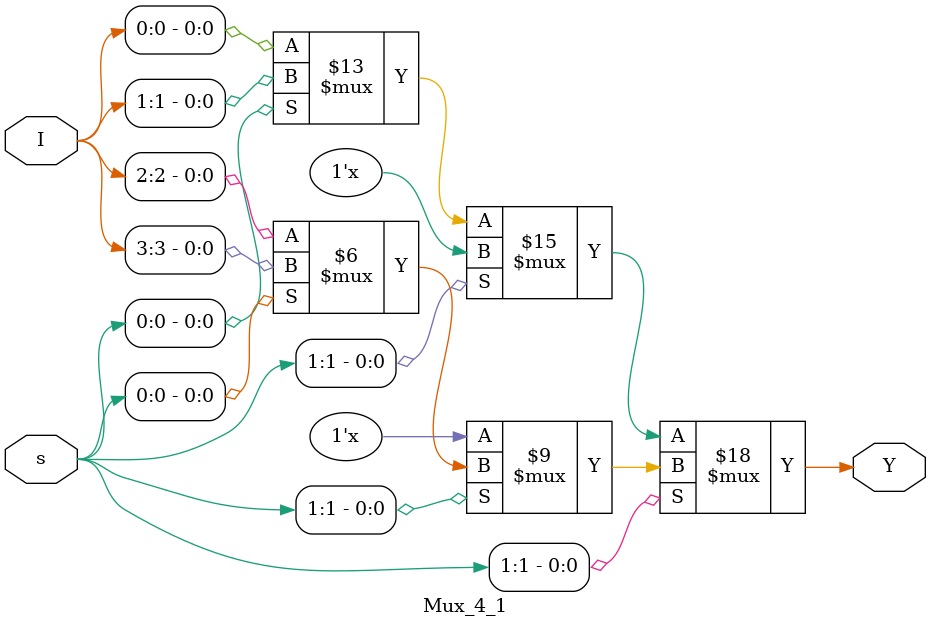
<source format=sv>
`timescale 1ns/10ps

module Mux_4_1(
  input [3:0] I,
  input [1:0] s,
  output reg Y);  // "Y" Declared as a register to keep its value through events
  
  always @ (s[0], s[1], I[0], I[1], I[2], I[3]) // If something changes
    
    if (s[1]==0)
    	if (s[0]==0)
        	Y = I[0];
  		else
        	Y = I[1];
  
  	else
    	if(s[0]==0)
    		Y = I[2];
  		else
        	Y = I[3];
  
endmodule
</source>
